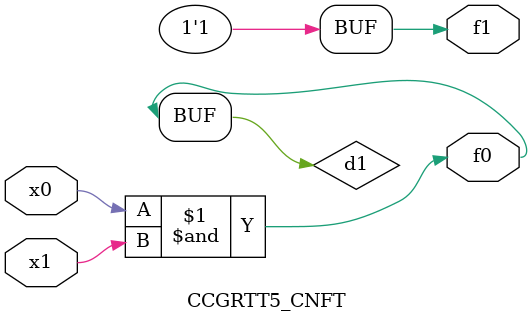
<source format=v>
module CCGRTT5_CNFT(
	input x0, x1,
	output f0, f1
);

	wire d1;

	assign f0 = d1;
	and (d1, x0, x1);
	assign f1 = 1'b1;
endmodule

</source>
